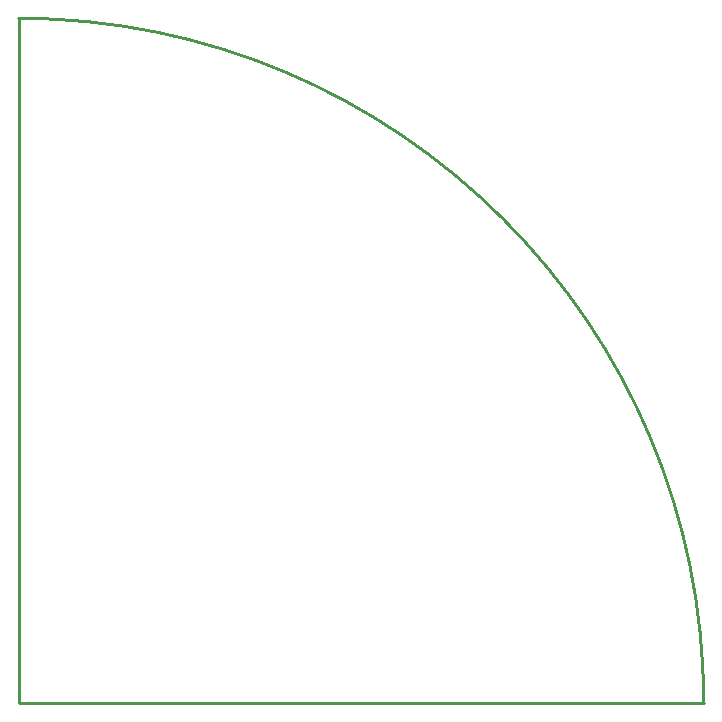
<source format=gm1>
G04 Layer_Color=16711935*
%FSLAX24Y24*%
%MOIN*%
G70*
G01*
G75*
%ADD55C,0.0100*%
D55*
X22835Y0D02*
G03*
X0Y22835I-22835J0D01*
G01*
Y0D02*
Y22835D01*
Y0D02*
X22835D01*
M02*

</source>
